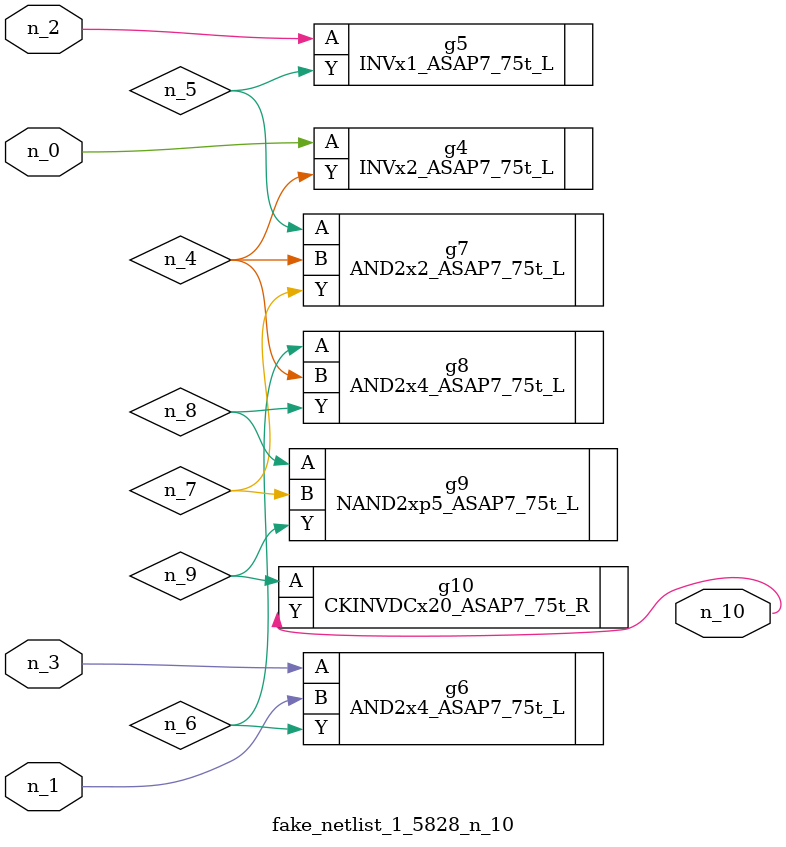
<source format=v>
module fake_netlist_1_5828_n_10 (n_3, n_1, n_2, n_0, n_10);
input n_3;
input n_1;
input n_2;
input n_0;
output n_10;
wire n_6;
wire n_4;
wire n_9;
wire n_5;
wire n_8;
wire n_7;
INVx2_ASAP7_75t_L g4 ( .A(n_0), .Y(n_4) );
INVx1_ASAP7_75t_L g5 ( .A(n_2), .Y(n_5) );
AND2x4_ASAP7_75t_L g6 ( .A(n_3), .B(n_1), .Y(n_6) );
AND2x2_ASAP7_75t_L g7 ( .A(n_5), .B(n_4), .Y(n_7) );
AND2x4_ASAP7_75t_L g8 ( .A(n_6), .B(n_4), .Y(n_8) );
NAND2xp5_ASAP7_75t_L g9 ( .A(n_8), .B(n_7), .Y(n_9) );
CKINVDCx20_ASAP7_75t_R g10 ( .A(n_9), .Y(n_10) );
endmodule
</source>
